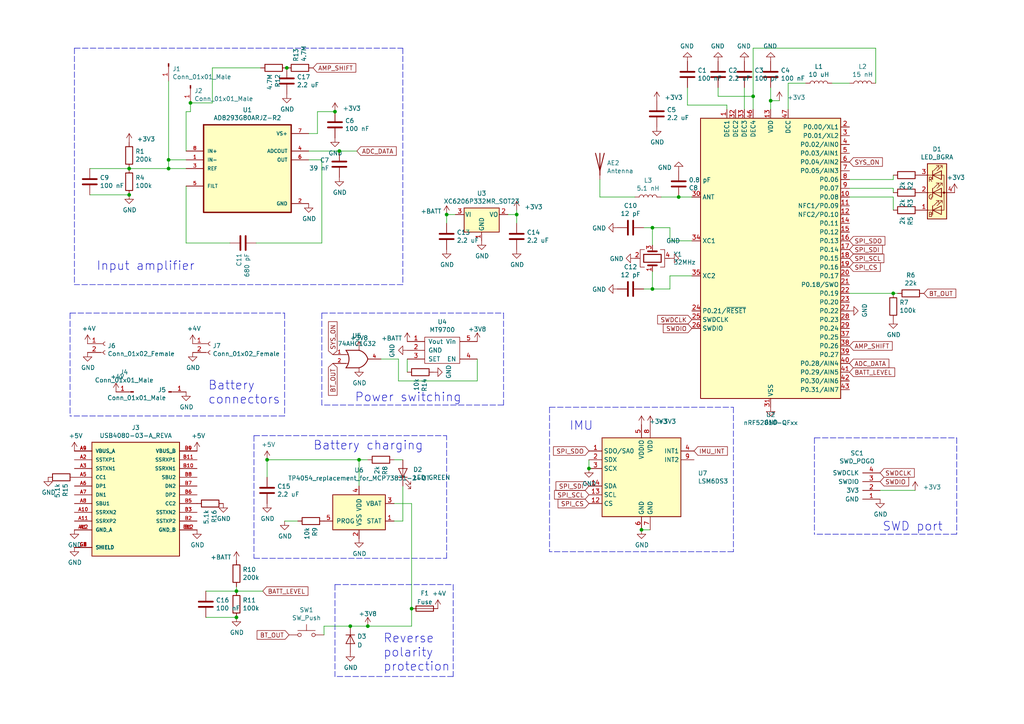
<source format=kicad_sch>
(kicad_sch (version 20211123) (generator eeschema)
  (paper "A4")
  (title_block (title "uMyo") (rev "v2") (company "Ultimate Robotics"))
  (lib_symbols
    (symbol "74xGxx:74AHC1G32" (pin_names (offset 1.016))
      (property "Reference" "U" (at -2.54 3.81 0))
      (property "Value" "74AHC1G32" (at 0 -3.81 0))
      (symbol "74AHC1G32_1_1"
        (pin input line (at -7.62 1.27 0) (length 3.81) (name "~") (number "1"))
        (pin input line (at -7.62 -1.27 0) (length 3.81) (name "~") (number "2"))
        (pin power_in line (at 0 -2.54 270) (length 0) hide (name "GND") (number "3"))
        (pin output line (at 6.35 0 180) (length 3.81) (name "~") (number "4"))
        (pin power_in line (at 0 2.54 90) (length 0) hide (name "VCC") (number "5"))
      )
    )
    (symbol "Battery_Management:MCP73831-2-OT" (pin_names (offset 1.016))
      (property "Reference" "U" (at -7.62 6.35 0))
      (property "Value" "MCP73831-2-OT" (at 1.27 6.35 0))
      (symbol "MCP73831-2-OT_1_1"
        (pin output line (at 10.16 -2.54 180) (length 2.54) (name "STAT") (number "1"))
        (pin power_in line (at 0 -7.62 90) (length 2.54) (name "VSS") (number "2"))
        (pin power_out line (at 10.16 2.54 180) (length 2.54) (name "VBAT") (number "3"))
        (pin power_in line (at 0 7.62 270) (length 2.54) (name "VDD") (number "4"))
        (pin input line (at -10.16 -2.54 0) (length 2.54) (name "PROG") (number "5"))
      )
    )
    (symbol "Connector:Conn_01x01_Male" (pin_names (offset 1.016) hide)
      (property "Reference" "J" (at 0 2.54 0))
      (property "Value" "Conn_01x01_Male" (at 0 -2.54 0))
      (symbol "Conn_01x01_Male_1_1"
        (pin passive line (at 5.08 0 180) (length 3.81) (name "Pin_1") (number "1"))
      )
    )
    (symbol "Connector:Conn_01x02_Female" (pin_names (offset 1.016) hide)
      (property "Reference" "J" (at 0 2.54 0))
      (property "Value" "Conn_01x02_Female" (at 0 -5.08 0))
      (symbol "Conn_01x02_Female_1_1"
        (pin passive line (at -5.08 0 0) (length 3.81) (name "Pin_1") (number "1"))
        (pin passive line (at -5.08 -2.54 0) (length 3.81) (name "Pin_2") (number "2"))
      )
    )
    (symbol "Device:Antenna" (pin_numbers hide) (pin_names (offset 1.016) hide)
      (property "Reference" "AE" (at -1.905 1.905 0))
      (property "Value" "Antenna" (at -1.905 0 0))
      (symbol "Antenna_1_1"
        (pin input line (at 0 -5.08 90) (length 2.54) (name "A") (number "1"))
      )
    )
    (symbol "Device:C" (pin_numbers hide) (pin_names (offset 0.254))
      (property "Reference" "C" (at 0.635 2.54 0))
      (property "Value" "C" (at 0.635 -2.54 0))
      (symbol "C_1_1"
        (pin passive line (at 0 3.81 270) (length 2.794) (name "~") (number "1"))
        (pin passive line (at 0 -3.81 90) (length 2.794) (name "~") (number "2"))
      )
    )
    (symbol "Device:Crystal_GND24" (pin_names (offset 1.016) hide)
      (property "Reference" "Y" (at 3.175 5.08 0))
      (property "Value" "Crystal_GND24" (at 3.175 3.175 0))
      (symbol "Crystal_GND24_1_1"
        (pin passive line (at -3.81 0 0) (length 1.27) (name "1") (number "1"))
        (pin passive line (at 0 5.08 270) (length 1.27) (name "2") (number "2"))
        (pin passive line (at 3.81 0 180) (length 1.27) (name "3") (number "3"))
        (pin passive line (at 0 -5.08 90) (length 1.27) (name "4") (number "4"))
      )
    )
    (symbol "Device:D" (pin_numbers hide) (pin_names (offset 1.016) hide)
      (property "Reference" "D" (at 0 2.54 0))
      (property "Value" "D" (at 0 -2.54 0))
      (symbol "D_1_1"
        (pin passive line (at -3.81 0 0) (length 2.54) (name "K") (number "1"))
        (pin passive line (at 3.81 0 180) (length 2.54) (name "A") (number "2"))
      )
    )
    (symbol "Device:Fuse" (pin_numbers hide) (pin_names (offset 0))
      (property "Reference" "F" (at 2.032 0 90))
      (property "Value" "Fuse" (at -1.905 0 90))
      (symbol "Fuse_1_1"
        (pin passive line (at 0 3.81 270) (length 1.27) (name "~") (number "1"))
        (pin passive line (at 0 -3.81 90) (length 1.27) (name "~") (number "2"))
      )
    )
    (symbol "Device:L" (pin_numbers hide) (pin_names (offset 1.016) hide)
      (property "Reference" "L" (at -1.27 0 90))
      (property "Value" "L" (at 1.905 0 90))
      (symbol "L_1_1"
        (pin passive line (at 0 3.81 270) (length 1.27) (name "1") (number "1"))
        (pin passive line (at 0 -3.81 90) (length 1.27) (name "2") (number "2"))
      )
    )
    (symbol "Device:LED" (pin_numbers hide) (pin_names (offset 1.016) hide)
      (property "Reference" "D" (at 0 2.54 0))
      (property "Value" "LED" (at 0 -2.54 0))
      (symbol "LED_1_1"
        (pin passive line (at -3.81 0 0) (length 2.54) (name "K") (number "1"))
        (pin passive line (at 3.81 0 180) (length 2.54) (name "A") (number "2"))
      )
    )
    (symbol "Device:LED_BGRA" (pin_names (offset 0) hide)
      (property "Reference" "D" (at 0 9.398 0))
      (property "Value" "LED_BGRA" (at 0 -8.89 0))
      (symbol "LED_BGRA_0_0"
        (text "B" (at -1.905 -6.35 0) (effects (font (size 1.27 1.27))))
        (text "G" (at -1.905 -1.27 0) (effects (font (size 1.27 1.27))))
        (text "R" (at -1.905 3.81 0) (effects (font (size 1.27 1.27))))
      )
      (symbol "LED_BGRA_1_1"
        (pin passive line (at -5.08 -5.08 0) (length 2.54) (name "BK") (number "1"))
        (pin passive line (at -5.08 0 0) (length 2.54) (name "GK") (number "2"))
        (pin passive line (at -5.08 5.08 0) (length 2.54) (name "RK") (number "3"))
        (pin passive line (at 5.08 0 180) (length 2.54) (name "A") (number "4"))
      )
    )
    (symbol "Device:R" (pin_numbers hide) (pin_names (offset 0))
      (property "Reference" "R" (at 2.032 0 90))
      (property "Value" "R" (at 0 0 90))
      (symbol "R_1_1"
        (pin passive line (at 0 3.81 270) (length 1.27) (name "~") (number "1"))
        (pin passive line (at 0 -3.81 90) (length 1.27) (name "~") (number "2"))
      )
    )
    (symbol "Sensor_Motion:LSM6DS3"
      (property "Reference" "U" (at -11.43 15.24 0))
      (property "Value" "LSM6DS3" (at -11.43 12.7 0))
      (symbol "LSM6DS3_1_1"
        (pin bidirectional line (at -15.24 7.62 0) (length 3.81) (name "SDO/SA0") (number "1"))
        (pin no_connect line (at 10.16 -5.08 180) (length 3.81) hide (name "NC") (number "10"))
        (pin no_connect line (at 10.16 -2.54 180) (length 3.81) hide (name "NC") (number "11"))
        (pin input line (at -15.24 -7.62 0) (length 3.81) (name "CS") (number "12"))
        (pin input line (at -15.24 -5.08 0) (length 3.81) (name "SCL") (number "13"))
        (pin bidirectional line (at -15.24 -2.54 0) (length 3.81) (name "SDA") (number "14"))
        (pin bidirectional line (at -15.24 5.08 0) (length 3.81) (name "SDX") (number "2"))
        (pin input line (at -15.24 2.54 0) (length 3.81) (name "SCX") (number "3"))
        (pin output line (at 15.24 7.62 180) (length 3.81) (name "INT1") (number "4"))
        (pin power_in line (at 0 15.24 270) (length 3.81) (name "VDDIO") (number "5"))
        (pin power_in line (at 0 -15.24 90) (length 3.81) (name "GND") (number "6"))
        (pin power_in line (at 2.54 -15.24 90) (length 3.81) (name "GND") (number "7"))
        (pin power_in line (at 2.54 15.24 270) (length 3.81) (name "VDD") (number "8"))
        (pin output line (at 15.24 5.08 180) (length 3.81) (name "INT2") (number "9"))
      )
    )
    (symbol "Switch:SW_Push" (pin_numbers hide) (pin_names (offset 1.016) hide)
      (property "Reference" "SW" (at 1.27 2.54 0))
      (property "Value" "SW_Push" (at 0 -1.524 0))
      (symbol "SW_Push_0_1"
        (pin passive line (at -5.08 0 0) (length 2.54) (name "1") (number "1"))
        (pin passive line (at 5.08 0 180) (length 2.54) (name "2") (number "2"))
      )
    )
    (symbol "power:+3.3V" (power) (pin_names (offset 0))
      (property "Value" "+3.3V" (at 0 3.556 0))
      (symbol "+3.3V_1_1"
        (pin power_in line (at 0 0 90) (length 0) hide (name "+3V3") (number "1"))
      )
    )
    (symbol "power:+3V8" (power) (pin_names (offset 0))
      (property "Value" "+3V8" (at 0 3.556 0))
      (symbol "+3V8_1_1"
        (pin power_in line (at 0 0 90) (length 0) hide (name "+3V8") (number "1"))
      )
    )
    (symbol "power:+4V" (power) (pin_names (offset 0))
      (property "Value" "+4V" (at 0 3.556 0))
      (symbol "+4V_1_1"
        (pin power_in line (at 0 0 90) (length 0) hide (name "+4V") (number "1"))
      )
    )
    (symbol "power:+5V" (power) (pin_names (offset 0))
      (property "Value" "+5V" (at 0 3.556 0))
      (symbol "+5V_1_1"
        (pin power_in line (at 0 0 90) (length 0) hide (name "+5V") (number "1"))
      )
    )
    (symbol "power:+BATT" (power) (pin_names (offset 0))
      (property "Value" "+BATT" (at 0 3.556 0))
      (symbol "+BATT_1_1"
        (pin power_in line (at 0 0 90) (length 0) hide (name "+BATT") (number "1"))
      )
    )
    (symbol "power:GND" (power) (pin_names (offset 0))
      (property "Value" "GND" (at 0 -3.81 0))
      (symbol "GND_1_1"
        (pin power_in line (at 0 0 270) (length 0) hide (name "GND") (number "1"))
      )
    )
    (symbol "ultimate_library:AD8293G80ARJZ-R2" (pin_names (offset 1.016))
      (property "Reference" "U" (at -12.7 13.6906 0))
      (property "Value" "AD8293G80ARJZ-R2" (at -12.7 -16.6878 0))
      (symbol "AD8293G80ARJZ-R2_0_0"
        (pin input line (at -17.78 2.54 0) (length 5.08) (name "IN-") (number "1"))
        (pin power_in line (at 17.78 -10.16 180) (length 5.08) (name "GND") (number "2"))
        (pin input line (at -17.78 0 0) (length 5.08) (name "REF") (number "3"))
        (pin output line (at 17.78 5.08 180) (length 5.08) (name "ADCOUT") (number "4"))
        (pin bidirectional line (at -17.78 -5.08 0) (length 5.08) (name "FILT") (number "5"))
        (pin output line (at 17.78 2.54 180) (length 5.08) (name "OUT") (number "6"))
        (pin power_in line (at 17.78 10.16 180) (length 5.08) (name "VS+") (number "7"))
        (pin input line (at -17.78 5.08 0) (length 5.08) (name "IN+") (number "8"))
      )
    )
    (symbol "ultimate_library:MCP1703A-3302_SOT23-Regulator_Linear" (pin_names (offset 0.254))
      (property "Reference" "U" (at -3.81 3.175 0))
      (property "Value" "MCP1703A-3302_SOT23-Regulator_Linear" (at 0 3.175 0))
      (symbol "MCP1703A-3302_SOT23-Regulator_Linear_1_1"
        (pin power_in line (at 0 -7.62 90) (length 2.54) (name "GND") (number "1"))
        (pin power_out line (at 7.62 0 180) (length 2.54) (name "VO") (number "2"))
        (pin power_in line (at -7.62 0 0) (length 2.54) (name "VI") (number "3"))
      )
    )
    (symbol "ultimate_library:MT9700" (pin_names (offset 1.016))
      (property "Reference" "U" (at 0 5.08 0))
      (property "Value" "MT9700" (at 0 -5.08 0))
      (symbol "MT9700_1_1"
        (pin input line (at -10.16 2.54 0) (length 5.08) (name "Vout") (number "1"))
        (pin input line (at -10.16 0 0) (length 5.08) (name "GND") (number "2"))
        (pin input line (at -10.16 -2.54 0) (length 5.08) (name "SET") (number "3"))
        (pin input line (at 10.16 -2.54 180) (length 5.08) (name "EN") (number "4"))
        (pin input line (at 10.16 2.54 180) (length 5.08) (name "Vin") (number "5"))
      )
    )
    (symbol "ultimate_library:SWD_POGO" (pin_names (offset 1.016))
      (property "Reference" "SC" (at 0 -5.08 0))
      (property "Value" "SWD_POGO" (at 0 6.35 0))
      (symbol "SWD_POGO_1_1"
        (pin input line (at 5.08 -3.81 180) (length 5.08) (name "GND") (number "1"))
        (pin input line (at 5.08 -1.27 180) (length 5.08) (name "3V3") (number "2"))
        (pin input line (at 5.08 1.27 180) (length 5.08) (name "SWDIO") (number "3"))
        (pin input line (at 5.08 3.81 180) (length 5.08) (name "SWDCLK") (number "4"))
      )
    )
    (symbol "ultimate_library:USB4080-03-A_REVA" (pin_names (offset 1.016))
      (property "Reference" "J" (at -12.7 16.002 0))
      (property "Value" "USB4080-03-A_REVA" (at -12.7 -18.542 0))
      (symbol "USB4080-03-A_REVA_0_0"
        (pin power_in line (at -17.78 -10.16 0) (length 5.08) (name "GND_A") (number "A1"))
        (pin bidirectional line (at -17.78 -5.08 0) (length 5.08) (name "SSRXN2") (number "A10"))
        (pin bidirectional line (at -17.78 -7.62 0) (length 5.08) (name "SSRXP2") (number "A11"))
        (pin power_in line (at -17.78 -10.16 0) (length 5.08) (name "GND_A") (number "A12"))
        (pin bidirectional line (at -17.78 10.16 0) (length 5.08) (name "SSTXP1") (number "A2"))
        (pin bidirectional line (at -17.78 7.62 0) (length 5.08) (name "SSTXN1") (number "A3"))
        (pin power_in line (at -17.78 12.7 0) (length 5.08) (name "VBUS_A") (number "A4"))
        (pin bidirectional line (at -17.78 5.08 0) (length 5.08) (name "CC1") (number "A5"))
        (pin bidirectional line (at -17.78 2.54 0) (length 5.08) (name "DP1") (number "A6"))
        (pin bidirectional line (at -17.78 0 0) (length 5.08) (name "DN1") (number "A7"))
        (pin bidirectional line (at -17.78 -2.54 0) (length 5.08) (name "SBU1") (number "A8"))
        (pin power_in line (at -17.78 12.7 0) (length 5.08) (name "VBUS_A") (number "A9"))
        (pin power_in line (at 17.78 -10.16 180) (length 5.08) (name "GND_B") (number "B1"))
        (pin bidirectional line (at 17.78 7.62 180) (length 5.08) (name "SSRXN1") (number "B10"))
        (pin bidirectional line (at 17.78 10.16 180) (length 5.08) (name "SSRXP1") (number "B11"))
        (pin power_in line (at 17.78 -10.16 180) (length 5.08) (name "GND_B") (number "B12"))
        (pin bidirectional line (at 17.78 -7.62 180) (length 5.08) (name "SSTXP2") (number "B2"))
        (pin bidirectional line (at 17.78 -5.08 180) (length 5.08) (name "SSTXN2") (number "B3"))
        (pin power_in line (at 17.78 12.7 180) (length 5.08) (name "VBUS_B") (number "B4"))
        (pin bidirectional line (at 17.78 -2.54 180) (length 5.08) (name "CC2") (number "B5"))
        (pin bidirectional line (at 17.78 0 180) (length 5.08) (name "DP2") (number "B6"))
        (pin bidirectional line (at 17.78 2.54 180) (length 5.08) (name "DN2") (number "B7"))
        (pin bidirectional line (at 17.78 5.08 180) (length 5.08) (name "SBU2") (number "B8"))
        (pin power_in line (at 17.78 12.7 180) (length 5.08) (name "VBUS_B") (number "B9"))
        (pin passive line (at -17.78 -15.24 0) (length 5.08) (name "SHIELD") (number "G1"))
        (pin passive line (at -17.78 -15.24 0) (length 5.08) (name "SHIELD") (number "G2"))
        (pin passive line (at -17.78 -15.24 0) (length 5.08) (name "SHIELD") (number "G3"))
        (pin passive line (at -17.78 -15.24 0) (length 5.08) (name "SHIELD") (number "G4"))
      )
    )
    (symbol "ultimate_library:nRF52832-QFxx"
      (property "Reference" "U" (at 0 1.27 0))
      (property "Value" "nRF52832-QFxx" (at 0 -1.27 0))
      (symbol "nRF52832-QFxx_1_1"
        (pin passive line (at -12.7 43.18 270) (length 2.54) (name "DEC1") (number "1"))
        (pin bidirectional line (at 22.86 17.78 180) (length 2.54) (name "P0.08") (number "10"))
        (pin bidirectional line (at 22.86 15.24 180) (length 2.54) (name "NFC1/P0.09") (number "11"))
        (pin bidirectional line (at 22.86 12.7 180) (length 2.54) (name "NFC2/P0.10") (number "12"))
        (pin power_in line (at 0 43.18 270) (length 2.54) (name "VDD") (number "13"))
        (pin bidirectional line (at 22.86 10.16 180) (length 2.54) (name "P0.11") (number "14"))
        (pin bidirectional line (at 22.86 7.62 180) (length 2.54) (name "P0.12") (number "15"))
        (pin bidirectional line (at 22.86 5.08 180) (length 2.54) (name "P0.13") (number "16"))
        (pin bidirectional line (at 22.86 2.54 180) (length 2.54) (name "P0.14") (number "17"))
        (pin bidirectional line (at 22.86 0 180) (length 2.54) (name "P0.15") (number "18"))
        (pin bidirectional line (at 22.86 -2.54 180) (length 2.54) (name "P0.16") (number "19"))
        (pin bidirectional line (at 22.86 38.1 180) (length 2.54) (name "P0.00/XL1") (number "2"))
        (pin bidirectional line (at 22.86 -5.08 180) (length 2.54) (name "P0.17") (number "20"))
        (pin bidirectional line (at 22.86 -7.62 180) (length 2.54) (name "P0.18/SWO") (number "21"))
        (pin bidirectional line (at 22.86 -10.16 180) (length 2.54) (name "P0.19") (number "22"))
        (pin bidirectional line (at 22.86 -12.7 180) (length 2.54) (name "P0.20") (number "23"))
        (pin bidirectional line (at -22.86 -15.24 0) (length 2.54) (name "P0.21/~{RESET}") (number "24"))
        (pin input line (at -22.86 -17.78 0) (length 2.54) (name "SWDCLK") (number "25"))
        (pin bidirectional line (at -22.86 -20.32 0) (length 2.54) (name "SWDIO") (number "26"))
        (pin bidirectional line (at 22.86 -15.24 180) (length 2.54) (name "P0.22") (number "27"))
        (pin bidirectional line (at 22.86 -17.78 180) (length 2.54) (name "P0.23") (number "28"))
        (pin bidirectional line (at 22.86 -20.32 180) (length 2.54) (name "P0.24") (number "29"))
        (pin bidirectional line (at 22.86 35.56 180) (length 2.54) (name "P0.01/XL2") (number "3"))
        (pin passive line (at -22.86 17.78 0) (length 2.54) (name "ANT") (number "30"))
        (pin power_in line (at 0 -43.18 90) (length 2.54) (name "VSS") (number "31"))
        (pin passive line (at -10.16 43.18 270) (length 2.54) (name "DEC2") (number "32"))
        (pin passive line (at -7.62 43.18 270) (length 2.54) (name "DEC3") (number "33"))
        (pin input line (at -22.86 5.08 0) (length 2.54) (name "XC1") (number "34"))
        (pin input line (at -22.86 -5.08 0) (length 2.54) (name "XC2") (number "35"))
        (pin passive line (at 0 43.18 270) (length 2.54) hide (name "VDD") (number "36"))
        (pin bidirectional line (at 22.86 -22.86 180) (length 2.54) (name "P0.25") (number "37"))
        (pin bidirectional line (at 22.86 -25.4 180) (length 2.54) (name "P0.26") (number "38"))
        (pin bidirectional line (at 22.86 -27.94 180) (length 2.54) (name "P0.27") (number "39"))
        (pin bidirectional line (at 22.86 33.02 180) (length 2.54) (name "P0.02/AIN0") (number "4"))
        (pin bidirectional line (at 22.86 -30.48 180) (length 2.54) (name "P0.28/AIN4") (number "40"))
        (pin bidirectional line (at 22.86 -33.02 180) (length 2.54) (name "P0.29/AIN5") (number "41"))
        (pin bidirectional line (at 22.86 -35.56 180) (length 2.54) (name "P0.30/AIN6") (number "42"))
        (pin bidirectional line (at 22.86 -38.1 180) (length 2.54) (name "P0.31/AIN7") (number "43"))
        (pin no_connect line (at -20.32 -30.48 0) (length 2.54) hide (name "NC") (number "44"))
        (pin passive line (at 0 -43.18 90) (length 2.54) hide (name "VSS") (number "45"))
        (pin passive line (at -5.08 43.18 270) (length 2.54) (name "DEC4") (number "46"))
        (pin power_out line (at 5.08 43.18 270) (length 2.54) (name "DCC") (number "47"))
        (pin passive line (at 0 43.18 270) (length 2.54) hide (name "VDD") (number "48"))
        (pin passive line (at 0 -43.18 90) (length 2.54) hide (name "VSS") (number "49"))
        (pin bidirectional line (at 22.86 30.48 180) (length 2.54) (name "P0.03/AIN1") (number "5"))
        (pin bidirectional line (at 22.86 27.94 180) (length 2.54) (name "P0.04/AIN2") (number "6"))
        (pin bidirectional line (at 22.86 25.4 180) (length 2.54) (name "P0.05/AIN3") (number "7"))
        (pin bidirectional line (at 22.86 22.86 180) (length 2.54) (name "P0.06") (number "8"))
        (pin bidirectional line (at 22.86 20.32 180) (length 2.54) (name "P0.07") (number "9"))
      )
    )
  )
  (junction (at 101.6 181.61))
  (junction (at 48.895 46.355))
  (junction (at 55.245 29.845))
  (junction (at 259.08 85.09))
  (junction (at 189.23 66.04))
  (junction (at 98.425 43.815))
  (junction (at 68.58 179.07))
  (junction (at 77.47 133.35))
  (junction (at 68.58 171.45))
  (junction (at 170.815 135.89))
  (junction (at 149.86 62.23))
  (junction (at 104.14 133.35))
  (junction (at 129.54 62.23))
  (junction (at 189.23 83.82))
  (junction (at 106.68 181.61))
  (junction (at 97.155 32.385))
  (junction (at 223.52 29.21))
  (junction (at 119.38 176.53))
  (junction (at 196.85 57.15))
  (junction (at 48.895 48.895))
  (junction (at 186.055 153.67))
  (junction (at 83.185 19.685))
  (junction (at 218.44 27.94))
  (junction (at 37.465 48.895))
  (junction (at 37.465 56.515))
  (wire (pts (xy 189.23 66.04) (xy 189.23 71.12)))
  (polyline (pts (xy 82.55 90.805) (xy 82.55 120.65)))
  (polyline (pts (xy 97.155 169.545) (xy 97.155 196.215)))
  (wire (pts (xy 194.31 80.01) (xy 194.31 83.82)))
  (wire (pts (xy 115.57 110.49) (xy 138.43 110.49)))
  (polyline (pts (xy 73.66 126.365) (xy 73.66 161.925)))
  (wire (pts (xy 89.535 38.735) (xy 92.075 38.735)))
  (wire (pts (xy 259.08 52.07) (xy 259.08 50.8)))
  (wire (pts (xy 119.38 176.53) (xy 119.38 181.61)))
  (wire (pts (xy 147.32 62.23) (xy 149.86 62.23)))
  (wire (pts (xy 92.075 32.385) (xy 97.155 32.385)))
  (wire (pts (xy 189.23 78.74) (xy 189.23 83.82)))
  (wire (pts (xy 132.08 62.23) (xy 129.54 62.23)))
  (wire (pts (xy 48.895 46.355) (xy 53.975 46.355)))
  (wire (pts (xy 194.31 66.04) (xy 194.31 69.85)))
  (wire (pts (xy 118.11 104.14) (xy 118.11 107.95)))
  (polyline (pts (xy 131.445 169.545) (xy 131.445 196.215)))
  (polyline (pts (xy 73.66 161.925) (xy 129.54 161.925)))
  (wire (pts (xy 116.84 151.13) (xy 114.3 151.13)))
  (wire (pts (xy 200.66 80.01) (xy 194.31 80.01)))
  (wire (pts (xy 194.31 69.85) (xy 200.66 69.85)))
  (wire (pts (xy 199.39 25.4) (xy 199.39 30.48)))
  (wire (pts (xy 241.3 24.13) (xy 246.38 24.13)))
  (wire (pts (xy 265.43 142.24) (xy 255.27 142.24)))
  (wire (pts (xy 119.38 146.05) (xy 119.38 176.53)))
  (polyline (pts (xy 159.385 118.11) (xy 159.385 160.02)))
  (wire (pts (xy 53.975 53.975) (xy 53.975 70.485)))
  (wire (pts (xy 106.68 181.61) (xy 119.38 181.61)))
  (polyline (pts (xy 236.22 127) (xy 277.495 127)))
  (wire (pts (xy 68.58 171.45) (xy 76.2 171.45)))
  (wire (pts (xy 86.36 151.13) (xy 82.55 151.13)))
  (wire (pts (xy 114.3 146.05) (xy 119.38 146.05)))
  (wire (pts (xy 215.9 25.4) (xy 215.9 31.75)))
  (wire (pts (xy 138.43 110.49) (xy 138.43 104.14)))
  (wire (pts (xy 93.345 70.485) (xy 74.295 70.485)))
  (wire (pts (xy 101.6 181.61) (xy 106.68 181.61)))
  (polyline (pts (xy 146.05 90.805) (xy 146.05 117.475)))
  (wire (pts (xy 48.895 46.355) (xy 48.895 48.895)))
  (wire (pts (xy 48.895 48.895) (xy 53.975 48.895)))
  (polyline (pts (xy 73.66 126.365) (xy 129.54 126.365)))
  (wire (pts (xy 223.52 29.21) (xy 223.52 31.75)))
  (wire (pts (xy 226.06 29.21) (xy 223.52 29.21)))
  (wire (pts (xy 210.82 30.48) (xy 210.82 31.75)))
  (wire (pts (xy 55.245 32.385) (xy 53.975 32.385)))
  (wire (pts (xy 186.69 66.04) (xy 189.23 66.04)))
  (wire (pts (xy 246.38 57.15) (xy 259.08 57.15)))
  (polyline (pts (xy 116.84 82.55) (xy 21.59 82.55)))
  (polyline (pts (xy 21.59 13.97) (xy 116.84 13.97)))
  (wire (pts (xy 55.245 29.845) (xy 55.245 32.385)))
  (wire (pts (xy 259.08 85.09) (xy 260.35 85.09)))
  (wire (pts (xy 259.08 57.15) (xy 259.08 60.96)))
  (wire (pts (xy 259.08 54.61) (xy 259.08 55.88)))
  (wire (pts (xy 110.49 104.14) (xy 115.57 104.14)))
  (wire (pts (xy 59.69 179.07) (xy 68.58 179.07)))
  (wire (pts (xy 77.47 138.43) (xy 77.47 133.35)))
  (wire (pts (xy 149.86 62.23) (xy 149.86 64.77)))
  (polyline (pts (xy 82.55 120.65) (xy 20.32 120.65)))
  (wire (pts (xy 246.38 54.61) (xy 259.08 54.61)))
  (wire (pts (xy 191.77 57.15) (xy 196.85 57.15)))
  (wire (pts (xy 89.535 43.815) (xy 98.425 43.815)))
  (wire (pts (xy 188.595 153.67) (xy 186.055 153.67)))
  (wire (pts (xy 186.69 83.82) (xy 189.23 83.82)))
  (wire (pts (xy 93.98 181.61) (xy 93.98 184.15)))
  (wire (pts (xy 26.035 48.895) (xy 37.465 48.895)))
  (wire (pts (xy 92.075 38.735) (xy 92.075 32.385)))
  (polyline (pts (xy 97.155 169.545) (xy 131.445 169.545)))
  (wire (pts (xy 196.85 57.15) (xy 200.66 57.15)))
  (polyline (pts (xy 277.495 127) (xy 277.495 154.94)))
  (wire (pts (xy 246.38 85.09) (xy 259.08 85.09)))
  (wire (pts (xy 59.69 171.45) (xy 68.58 171.45)))
  (polyline (pts (xy 236.22 127) (xy 236.22 154.94)))
  (wire (pts (xy 68.58 170.18) (xy 68.58 171.45)))
  (wire (pts (xy 115.57 104.14) (xy 115.57 110.49)))
  (wire (pts (xy 61.595 19.685) (xy 61.595 29.845)))
  (wire (pts (xy 228.6 24.13) (xy 233.68 24.13)))
  (polyline (pts (xy 93.345 90.805) (xy 146.05 90.805)))
  (wire (pts (xy 26.035 56.515) (xy 37.465 56.515)))
  (polyline (pts (xy 277.495 154.94) (xy 236.22 154.94)))
  (wire (pts (xy 75.565 19.685) (xy 61.595 19.685)))
  (wire (pts (xy 114.3 133.35) (xy 116.84 133.35)))
  (wire (pts (xy 98.425 43.815) (xy 103.505 43.815)))
  (wire (pts (xy 89.535 46.355) (xy 93.345 46.355)))
  (polyline (pts (xy 21.59 13.97) (xy 21.59 82.55)))
  (wire (pts (xy 254 13.97) (xy 254 24.13)))
  (polyline (pts (xy 20.32 90.805) (xy 82.55 90.805)))
  (wire (pts (xy 53.975 70.485) (xy 66.675 70.485)))
  (polyline (pts (xy 212.725 118.11) (xy 212.725 160.02)))
  (wire (pts (xy 189.23 66.04) (xy 194.31 66.04)))
  (wire (pts (xy 218.44 27.94) (xy 218.44 13.97)))
  (wire (pts (xy 218.44 13.97) (xy 254 13.97)))
  (wire (pts (xy 218.44 31.75) (xy 218.44 27.94)))
  (wire (pts (xy 61.595 29.845) (xy 55.245 29.845)))
  (wire (pts (xy 104.14 133.35) (xy 106.68 133.35)))
  (wire (pts (xy 208.28 27.94) (xy 208.28 25.4)))
  (polyline (pts (xy 131.445 196.215) (xy 97.155 196.215)))
  (polyline (pts (xy 146.05 117.475) (xy 93.345 117.475)))
  (wire (pts (xy 173.99 57.15) (xy 173.99 52.07)))
  (wire (pts (xy 53.975 32.385) (xy 53.975 43.815)))
  (wire (pts (xy 93.98 181.61) (xy 101.6 181.61)))
  (wire (pts (xy 199.39 30.48) (xy 210.82 30.48)))
  (wire (pts (xy 129.54 62.23) (xy 129.54 64.77)))
  (polyline (pts (xy 20.32 90.805) (xy 20.32 120.65)))
  (wire (pts (xy 246.38 52.07) (xy 259.08 52.07)))
  (polyline (pts (xy 129.54 161.925) (xy 129.54 126.365)))
  (wire (pts (xy 189.23 83.82) (xy 194.31 83.82)))
  (wire (pts (xy 93.345 46.355) (xy 93.345 70.485)))
  (wire (pts (xy 223.52 25.4) (xy 223.52 29.21)))
  (wire (pts (xy 37.465 48.895) (xy 48.895 48.895)))
  (wire (pts (xy 77.47 133.35) (xy 104.14 133.35)))
  (wire (pts (xy 228.6 31.75) (xy 228.6 24.13)))
  (wire (pts (xy 208.28 27.94) (xy 218.44 27.94)))
  (polyline (pts (xy 159.385 118.11) (xy 212.725 118.11)))
  (polyline (pts (xy 116.84 13.97) (xy 116.84 82.55)))
  (wire (pts (xy 104.14 133.35) (xy 104.14 140.97)))
  (wire (pts (xy 173.99 57.15) (xy 184.15 57.15)))
  (polyline (pts (xy 212.725 160.02) (xy 159.385 160.02)))
  (wire (pts (xy 116.84 140.97) (xy 116.84 151.13)))
  (wire (pts (xy 149.86 62.23) (xy 149.86 60.96)))
  (wire (pts (xy 170.815 133.35) (xy 170.815 135.89)))
  (polyline (pts (xy 93.345 90.805) (xy 93.345 117.475)))
  (wire (pts (xy 48.895 23.495) (xy 48.895 46.355)))
  (text "SWD port" (at 255.905 154.305 0) (effects (font (size 2.54 2.54)) (justify left bottom)))
  (text "Power switching" (at 102.87 116.84 0) (effects (font (size 2.54 2.54)) (justify left bottom)))
  (text "Battery\nconnectors" (at 60.325 117.475 0) (effects (font (size 2.54 2.54)) (justify left bottom)))
  (text "Battery charging" (at 90.805 130.81 0) (effects (font (size 2.54 2.54)) (justify left bottom)))
  (text "IMU" (at 165.1 125.095 0) (effects (font (size 2.54 2.54)) (justify left bottom)))
  (text "Reverse\npolarity\nprotection" (at 111.125 194.945 0) (effects (font (size 2.54 2.54)) (justify left bottom)))
  (text "Input amplifier" (at 27.94 78.74 0) (effects (font (size 2.54 2.54)) (justify left bottom)))
  (global_label "SPI_CS" (shape input) (at 246.38 77.47 0) (property "Intersheet References" "${INTERSHEET_REFS}" (effects hide)))
  (global_label "SPI_SCL" (shape input) (at 246.38 74.93 0) (property "Intersheet References" "${INTERSHEET_REFS}" (effects hide)))
  (global_label "BATT_LEVEL" (shape input) (at 246.38 107.95 0) (property "Intersheet References" "${INTERSHEET_REFS}" (effects hide)))
  (global_label "SWDCLK" (shape input) (at 200.66 92.71 180) (property "Intersheet References" "${INTERSHEET_REFS}" (effects hide)))
  (global_label "BT_OUT" (shape input) (at 96.52 105.41 270) (property "Intersheet References" "${INTERSHEET_REFS}" (effects hide)))
  (global_label "ADC_DATA" (shape input) (at 246.38 105.41 0) (property "Intersheet References" "${INTERSHEET_REFS}" (effects hide)))
  (global_label "SWDCLK" (shape input) (at 255.27 137.16 0) (property "Intersheet References" "${INTERSHEET_REFS}" (effects hide)))
  (global_label "SYS_ON" (shape input) (at 246.38 46.99 0) (property "Intersheet References" "${INTERSHEET_REFS}" (effects hide)))
  (global_label "BT_OUT" (shape input) (at 267.97 85.09 0) (property "Intersheet References" "${INTERSHEET_REFS}" (effects hide)))
  (global_label "SPI_CS" (shape input) (at 170.815 146.05 180) (property "Intersheet References" "${INTERSHEET_REFS}" (effects hide)))
  (global_label "BT_OUT" (shape input) (at 83.82 184.15 180) (property "Intersheet References" "${INTERSHEET_REFS}" (effects hide)))
  (global_label "SPI_SDI" (shape input) (at 170.815 140.97 180) (property "Intersheet References" "${INTERSHEET_REFS}" (effects hide)))
  (global_label "SPI_SDO" (shape input) (at 170.815 130.81 180) (property "Intersheet References" "${INTERSHEET_REFS}" (effects hide)))
  (global_label "SYS_ON" (shape input) (at 96.52 102.87 90) (property "Intersheet References" "${INTERSHEET_REFS}" (effects hide)))
  (global_label "IMU_INT" (shape input) (at 201.295 130.81 0) (property "Intersheet References" "${INTERSHEET_REFS}" (effects hide)))
  (global_label "SPI_SCL" (shape input) (at 170.815 143.51 180) (property "Intersheet References" "${INTERSHEET_REFS}" (effects hide)))
  (global_label "BATT_LEVEL" (shape input) (at 76.2 171.45 0) (property "Intersheet References" "${INTERSHEET_REFS}" (effects hide)))
  (global_label "SWDIO" (shape input) (at 200.66 95.25 180) (property "Intersheet References" "${INTERSHEET_REFS}" (effects hide)))
  (global_label "AMP_SHIFT" (shape input) (at 246.38 100.33 0) (property "Intersheet References" "${INTERSHEET_REFS}" (effects hide)))
  (global_label "ADC_DATA" (shape input) (at 103.505 43.815 0) (property "Intersheet References" "${INTERSHEET_REFS}" (effects hide)))
  (global_label "AMP_SHIFT" (shape input) (at 90.805 19.685 0) (property "Intersheet References" "${INTERSHEET_REFS}" (effects hide)))
  (global_label "SPI_SDI" (shape input) (at 246.38 72.39 0) (property "Intersheet References" "${INTERSHEET_REFS}" (effects hide)))
  (global_label "SWDIO" (shape input) (at 255.27 139.7 0) (property "Intersheet References" "${INTERSHEET_REFS}" (effects hide)))
  (global_label "SPI_SDO" (shape input) (at 246.38 69.85 0) (property "Intersheet References" "${INTERSHEET_REFS}" (effects hide)))
  (symbol (lib_id "ultimate_library:nRF52832-QFxx") (at 223.52 74.93 0) (unit 1)
    (property "Reference" "U2" (at 223.52 120.2944 0))
    (property "Value" "nRF52810-QFxx" (at 223.52 122.6058 0))
    (property "Footprint" "ultimate_library:QFN-48-1EP_6x6mm_Pitch0.4mm" (effects hide))
    (property "JLCPN" "C141828" (effects hide))
  )
  (symbol (lib_id "ultimate_library:MCP1703A-3302_SOT23-Regulator_Linear") (at 139.7 62.23 0) (unit 1)
    (property "Reference" "U3" (at 139.7 56.0832 0))
    (property "Value" "XC6206P332MR_SOT23" (at 139.7 58.3946 0))
    (property "Footprint" "Package_TO_SOT_SMD:SOT-23" (effects hide))
    (property "Datasheet" "http://ww1.microchip.com/downloads/en/DeviceDoc/20005122B.pdf" (effects hide))
    (property "JLCPN" "C5446" (effects hide))
  )
  (symbol (lib_id "Device:C") (at 208.28 21.59 180) (unit 1)
    (property "Reference" "C2" (at 211.201 20.4216 0) (effects (justify right)))
    (property "Value" "2.2 uF" (at 211.201 22.733 0) (effects (justify right)))
    (property "Footprint" "Capacitor_SMD:C_0402_1005Metric" (effects hide))
    (property "JLCPN" "C12530" (effects hide))
  )
  (symbol (lib_id "Device:C") (at 215.9 21.59 180) (unit 1)
    (property "Reference" "C3" (at 218.821 20.4216 0) (effects (justify right)))
    (property "Value" "100 pF" (at 218.821 22.733 0) (effects (justify right)))
    (property "Footprint" "Capacitor_SMD:C_0402_1005Metric" (effects hide))
    (property "JLCPN" "C1546" (effects hide))
  )
  (symbol (lib_id "Device:C") (at 199.39 21.59 180) (unit 1)
    (property "Reference" "C1" (at 202.311 20.4216 0) (effects (justify right)))
    (property "Value" "100 nF" (at 202.311 22.733 0) (effects (justify right)))
    (property "Footprint" "Capacitor_SMD:C_0402_1005Metric" (effects hide))
    (property "JLCPN" "C1525" (effects hide))
  )
  (symbol (lib_id "power:+3.3V") (at 149.86 60.96 0) (unit 1)
    (property "Reference" "#PWR022" (effects hide))
    (property "Value" "+3.3V" (at 152.0952 60.0202 0) (effects (justify left)))
  )
  (symbol (lib_id "Device:C") (at 182.88 66.04 90) (unit 1)
    (property "Reference" "C10" (at 182.88 59.6392 90))
    (property "Value" "12 pF" (at 182.88 61.9506 90))
    (property "Footprint" "Capacitor_SMD:C_0402_1005Metric" (effects hide))
    (property "JLCPN" "C1547" (effects hide))
  )
  (symbol (lib_id "power:GND") (at 223.52 118.11 0) (unit 1)
    (property "Reference" "#PWR032" (effects hide))
    (property "Value" "GND" (at 223.647 122.5042 0))
  )
  (symbol (lib_id "power:GND") (at 179.07 83.82 270) (unit 1)
    (property "Reference" "#PWR020" (effects hide))
    (property "Value" "GND" (at 175.8188 83.947 90) (effects (justify right)))
  )
  (symbol (lib_id "power:GND") (at 179.07 66.04 270) (unit 1)
    (property "Reference" "#PWR017" (effects hide))
    (property "Value" "GND" (at 175.8188 66.167 90) (effects (justify right)))
  )
  (symbol (lib_id "power:GND") (at 199.39 17.78 180) (unit 1)
    (property "Reference" "#PWR01" (effects hide))
    (property "Value" "GND" (at 199.263 13.3858 0))
  )
  (symbol (lib_id "power:GND") (at 208.28 17.78 180) (unit 1)
    (property "Reference" "#PWR02" (effects hide))
    (property "Value" "GND" (at 208.153 13.3858 0))
  )
  (symbol (lib_id "power:GND") (at 215.9 17.78 180) (unit 1)
    (property "Reference" "#PWR03" (effects hide))
    (property "Value" "GND" (at 215.773 13.3858 0))
  )
  (symbol (lib_id "power:GND") (at 223.52 17.78 180) (unit 1)
    (property "Reference" "#PWR04" (effects hide))
    (property "Value" "GND" (at 223.393 13.3858 0))
  )
  (symbol (lib_id "power:GND") (at 184.15 74.93 270) (unit 1)
    (property "Reference" "#PWR018" (effects hide))
    (property "Value" "GND" (at 180.8988 75.057 90) (effects (justify right)))
  )
  (symbol (lib_id "power:GND") (at 194.31 74.93 90) (unit 1)
    (property "Reference" "#PWR019" (effects hide))
    (property "Value" "GND" (at 195.2498 69.85 90))
  )
  (symbol (lib_id "Device:Crystal_GND24") (at 189.23 74.93 90) (unit 1)
    (property "Reference" "Y1" (at 195.3514 73.7616 90) (effects (justify right)))
    (property "Value" "32MHz" (at 195.3514 76.073 90) (effects (justify right)))
    (property "Footprint" "Crystal:Crystal_SMD_2016-4Pin_2.0x1.6mm" (effects hide))
    (property "JLCPN" "C843260" (effects hide))
  )
  (symbol (lib_id "Device:C") (at 196.85 53.34 0) (mirror x) (unit 1)
    (property "Reference" "C8" (at 199.771 54.5084 0) (effects (justify left)))
    (property "Value" "0.8 pF" (at 199.771 52.197 0) (effects (justify left)))
    (property "Footprint" "Capacitor_SMD:C_0402_1005Metric" (effects hide))
    (property "JLCPN" "C88902" (effects hide))
  )
  (symbol (lib_id "Device:L") (at 187.96 57.15 90) (unit 1)
    (property "Reference" "L3" (at 187.96 52.324 90))
    (property "Value" "5.1 nH" (at 187.96 54.6354 90))
    (property "Footprint" "Inductor_SMD:L_0402_1005Metric" (effects hide))
    (property "JLCPN" "C86066" (effects hide))
  )
  (symbol (lib_id "power:GND") (at 196.85 49.53 0) (mirror x) (unit 1)
    (property "Reference" "#PWR011" (effects hide))
    (property "Value" "GND" (at 194.8688 48.5902 0) (effects (justify right)))
  )
  (symbol (lib_id "power:GND") (at 129.54 72.39 0) (unit 1)
    (property "Reference" "#PWR030" (effects hide))
    (property "Value" "GND" (at 129.667 76.7842 0))
  )
  (symbol (lib_id "power:GND") (at 149.86 72.39 0) (unit 1)
    (property "Reference" "#PWR031" (effects hide))
    (property "Value" "GND" (at 149.987 76.7842 0))
  )
  (symbol (lib_id "power:+BATT") (at 129.54 62.23 0) (unit 1)
    (property "Reference" "#PWR023" (effects hide))
    (property "Value" "+BATT" (at 128.0922 61.2902 0) (effects (justify right)))
  )
  (symbol (lib_id "power:GND") (at 139.7 69.85 0) (unit 1)
    (property "Reference" "#PWR027" (effects hide))
    (property "Value" "GND" (at 139.827 74.2442 0))
  )
  (symbol (lib_id "Device:R") (at 262.89 50.8 270) (unit 1)
    (property "Reference" "R2" (at 264.0584 52.578 0) (effects (justify left)))
    (property "Value" "2k" (at 261.747 52.578 0) (effects (justify left)))
    (property "Footprint" "Resistor_SMD:R_0402_1005Metric" (effects hide))
    (property "JLCPN" "C4109" (effects hide))
  )
  (symbol (lib_id "Device:R") (at 68.58 166.37 0) (unit 1)
    (property "Reference" "R10" (at 70.358 165.2016 0) (effects (justify left)))
    (property "Value" "200k" (at 70.358 167.513 0) (effects (justify left)))
    (property "Footprint" "Resistor_SMD:R_0402_1005Metric" (effects hide))
    (property "JLCPN" "C25764" (effects hide))
  )
  (symbol (lib_id "power:+BATT") (at 68.58 162.56 0) (unit 1)
    (property "Reference" "#PWR041" (effects hide))
    (property "Value" "+BATT" (at 67.1322 161.6202 0) (effects (justify right)))
  )
  (symbol (lib_id "power:GND") (at 68.58 179.07 0) (unit 1)
    (property "Reference" "#PWR043" (effects hide))
    (property "Value" "GND" (at 68.707 183.4642 0))
  )
  (symbol (lib_id "power:GND") (at 255.27 144.78 0) (unit 1)
    (property "Reference" "#PWR035" (effects hide))
    (property "Value" "GND" (at 255.397 149.1742 0))
  )
  (symbol (lib_id "power:+3.3V") (at 265.43 142.24 0) (unit 1)
    (property "Reference" "#PWR034" (effects hide))
    (property "Value" "+3.3V" (at 267.6652 141.3002 0) (effects (justify left)))
  )
  (symbol (lib_id "power:+3.3V") (at 276.86 55.88 0) (unit 1)
    (property "Reference" "#PWR014" (effects hide))
    (property "Value" "+3.3V" (at 277.241 51.4858 0))
  )
  (symbol (lib_id "Connector:Conn_01x01_Male") (at 38.735 113.665 180) (unit 1)
    (property "Reference" "J4" (at 36.0172 107.95 0))
    (property "Value" "Conn_01x01_Male" (at 36.0172 110.2614 0))
    (property "Footprint" "ultimate_library:conn_06_20" (effects hide))
  )
  (symbol (lib_id "Switch:SW_Push") (at 88.9 184.15 0) (unit 1)
    (property "Reference" "SW1" (at 88.9 176.911 0))
    (property "Value" "SW_Push" (at 88.9 179.2224 0))
    (property "Footprint" "Button_Switch_SMD:SW_SPST_CK_RS282G05A3" (effects hide))
    (property "JLCPN" "C2845294" (effects hide))
  )
  (symbol (lib_id "power:+3.3V") (at 226.06 29.21 0) (unit 1)
    (property "Reference" "#PWR06" (effects hide))
    (property "Value" "+3.3V" (at 228.2952 28.2702 0) (effects (justify left)))
  )
  (symbol (lib_id "power:+BATT") (at 118.11 99.06 0) (unit 1)
    (property "Reference" "#PWR024" (effects hide))
    (property "Value" "+BATT" (at 116.6622 98.1202 0) (effects (justify right)))
  )
  (symbol (lib_id "power:GND") (at 82.55 151.13 0) (unit 1)
    (property "Reference" "#PWR039" (effects hide))
    (property "Value" "GND" (at 82.677 155.5242 0))
  )
  (symbol (lib_id "power:GND") (at 104.14 156.21 0) (unit 1)
    (property "Reference" "#PWR040" (effects hide))
    (property "Value" "GND" (at 104.267 160.6042 0))
  )
  (symbol (lib_id "Connector:Conn_01x01_Male") (at 48.895 113.665 0) (unit 1)
    (property "Reference" "J5" (at 48.1838 113.0808 0) (effects (justify right)))
    (property "Value" "Conn_01x01_Male" (at 48.1838 115.3922 0) (effects (justify right)))
    (property "Footprint" "ultimate_library:conn_06_20" (effects hide))
  )
  (symbol (lib_id "power:GND") (at 53.975 113.665 0) (unit 1)
    (property "Reference" "#PWR042" (effects hide))
    (property "Value" "GND" (at 54.102 118.0592 0))
  )
  (symbol (lib_id "power:GND") (at 118.11 101.6 270) (unit 1)
    (property "Reference" "#PWR029" (effects hide))
    (property "Value" "GND" (at 113.7158 101.727 0))
  )
  (symbol (lib_id "power:GND") (at 77.47 146.05 0) (unit 1)
    (property "Reference" "#PWR036" (effects hide))
    (property "Value" "GND" (at 77.597 150.4442 0))
  )
  (symbol (lib_id "Battery_Management:MCP73831-2-OT") (at 104.14 148.59 0) (unit 1)
    (property "Reference" "U6" (at 104.14 136.3726 0))
    (property "Value" "TP4054_replacement_for_MCP73831-2-OT" (at 104.14 138.684 0))
    (property "Footprint" "Package_TO_SOT_SMD:SOT-23-5" (effects hide))
    (property "Datasheet" "http://ww1.microchip.com/downloads/en/DeviceDoc/20001984g.pdf" (effects hide))
    (property "JLCPN" "C668215" (effects hide))
  )
  (symbol (lib_id "Device:R") (at 90.17 151.13 270) (unit 1)
    (property "Reference" "R9" (at 91.3384 152.908 0) (effects (justify left)))
    (property "Value" "10k" (at 89.027 152.908 0) (effects (justify left)))
    (property "Footprint" "Resistor_SMD:R_0402_1005Metric" (effects hide))
    (property "JLCPN" "C25744" (effects hide))
  )
  (symbol (lib_id "Device:LED") (at 116.84 137.16 90) (unit 1)
    (property "Reference" "D2" (at 119.8118 136.1948 90) (effects (justify right)))
    (property "Value" "LED GREEN" (at 119.8118 138.5062 90) (effects (justify right)))
    (property "Footprint" "LED_SMD:LED_0603_1608Metric" (effects hide))
    (property "JLCPN" "C72043" (effects hide))
  )
  (symbol (lib_id "ultimate_library:SWD_POGO") (at 250.19 140.97 0) (unit 1)
    (property "Reference" "SC1" (at 248.5898 131.445 0))
    (property "Value" "SWD_POGO" (at 248.5898 133.7564 0))
    (property "Footprint" "ultimate_library:SWD_POGO" (effects hide))
  )
  (symbol (lib_id "Device:L") (at 250.19 24.13 90) (unit 1)
    (property "Reference" "L2" (at 250.19 19.304 90))
    (property "Value" "15 nH" (at 250.19 21.6154 90))
    (property "Footprint" "Inductor_SMD:L_0402_1005Metric" (effects hide))
    (property "JLCPN" "C27143" (effects hide))
  )
  (symbol (lib_id "Device:L") (at 237.49 24.13 90) (unit 1)
    (property "Reference" "L1" (at 237.49 19.304 90))
    (property "Value" "10 uH" (at 237.49 21.6154 90))
    (property "Footprint" "Inductor_SMD:L_0603_1608Metric" (effects hide))
    (property "JLCPN" "C1035" (effects hide))
  )
  (symbol (lib_id "74xGxx:74AHC1G32") (at 104.14 104.14 0) (unit 1)
    (property "Reference" "U5" (at 103.505 97.3582 0))
    (property "Value" "74AHC1G32" (at 103.505 99.6696 0))
    (property "Footprint" "Package_TO_SOT_SMD:SOT-23-5" (effects hide))
    (property "Datasheet" "http://www.ti.com/lit/sg/scyt129e/scyt129e.pdf" (effects hide))
    (property "JLCPN" "C507209" (effects hide))
  )
  (symbol (lib_id "power:+4V") (at 33.655 113.665 0) (unit 1)
    (property "Reference" "#PWR044" (effects hide))
    (property "Value" "+4V" (at 34.036 109.2708 0))
  )
  (symbol (lib_id "power:GND") (at 104.14 106.68 0) (unit 1)
    (property "Reference" "#PWR033" (effects hide))
    (property "Value" "GND" (at 104.267 111.0742 0))
  )
  (symbol (lib_id "Device:R") (at 264.16 85.09 270) (unit 1)
    (property "Reference" "R6" (at 264.16 79.8322 90))
    (property "Value" "22k" (at 264.16 82.1436 90))
    (property "Footprint" "Resistor_SMD:R_0402_1005Metric" (effects hide))
    (property "JLCPN" "C25768" (effects hide))
  )
  (symbol (lib_id "power:GND") (at 259.08 92.71 0) (unit 1)
    (property "Reference" "#PWR025" (effects hide))
    (property "Value" "GND" (at 259.207 97.1042 0))
  )
  (symbol (lib_id "Device:R") (at 259.08 88.9 0) (unit 1)
    (property "Reference" "R7" (at 260.858 87.7316 0) (effects (justify left)))
    (property "Value" "100k" (at 260.858 90.043 0) (effects (justify left)))
    (property "Footprint" "Resistor_SMD:R_0402_1005Metric" (effects hide))
    (property "JLCPN" "C25741" (effects hide))
  )
  (symbol (lib_id "power:GND") (at 246.38 90.17 90) (unit 1)
    (property "Reference" "#PWR021" (effects hide))
    (property "Value" "GND" (at 250.7742 90.043 0))
  )
  (symbol (lib_id "power:+3.3V") (at 190.5 29.21 0) (unit 1)
    (property "Reference" "#PWR05" (effects hide))
    (property "Value" "+3.3V" (at 192.7352 28.2702 0) (effects (justify left)))
  )
  (symbol (lib_id "power:GND") (at 190.5 36.83 0) (unit 1)
    (property "Reference" "#PWR08" (effects hide))
    (property "Value" "GND" (at 190.627 41.2242 0))
  )
  (symbol (lib_id "Device:LED_BGRA") (at 271.78 55.88 0) (unit 1)
    (property "Reference" "D1" (at 271.78 43.2562 0))
    (property "Value" "LED_BGRA" (at 271.78 45.5676 0))
    (property "Footprint" "ultimate_library:LED_RGB_0603_a4" (effects hide))
    (property "JLCPN" "C282128" (effects hide))
  )
  (symbol (lib_id "Device:C") (at 182.88 83.82 90) (unit 1)
    (property "Reference" "C12" (at 182.88 77.4192 90))
    (property "Value" "12 pF" (at 182.88 79.7306 90))
    (property "Footprint" "Capacitor_SMD:C_0402_1005Metric" (effects hide))
    (property "JLCPN" "C1547" (effects hide))
  )
  (symbol (lib_id "Device:C") (at 223.52 21.59 180) (unit 1)
    (property "Reference" "C4" (at 226.441 20.4216 0) (effects (justify right)))
    (property "Value" "100 nF" (at 226.441 22.733 0) (effects (justify right)))
    (property "Footprint" "Capacitor_SMD:C_0402_1005Metric" (effects hide))
    (property "JLCPN" "C1525" (effects hide))
  )
  (symbol (lib_id "Device:C") (at 149.86 68.58 180) (unit 1)
    (property "Reference" "C14" (at 152.781 67.4116 0) (effects (justify right)))
    (property "Value" "2.2 uF" (at 152.781 69.723 0) (effects (justify right)))
    (property "Footprint" "Capacitor_SMD:C_0402_1005Metric" (effects hide))
    (property "JLCPN" "C12530" (effects hide))
  )
  (symbol (lib_id "Device:C") (at 129.54 68.58 180) (unit 1)
    (property "Reference" "C13" (at 132.461 67.4116 0) (effects (justify right)))
    (property "Value" "2.2 uF" (at 132.461 69.723 0) (effects (justify right)))
    (property "Footprint" "Capacitor_SMD:C_0402_1005Metric" (effects hide))
    (property "JLCPN" "C12530" (effects hide))
  )
  (symbol (lib_id "Device:C") (at 77.47 142.24 180) (unit 1)
    (property "Reference" "C15" (at 80.391 141.0716 0) (effects (justify right)))
    (property "Value" "2.2 uF" (at 80.391 143.383 0) (effects (justify right)))
    (property "Footprint" "Capacitor_SMD:C_0402_1005Metric" (effects hide))
    (property "JLCPN" "C12530" (effects hide))
  )
  (symbol (lib_id "ultimate_library:AD8293G80ARJZ-R2") (at 71.755 48.895 0) (unit 1)
    (property "Reference" "U1" (at 71.755 31.877 0))
    (property "Value" "AD8293G80ARJZ-R2" (at 71.755 34.1884 0))
    (property "Footprint" "Package_TO_SOT_SMD:SOT-23-8" (effects hide))
    (property "JLCPN" "C141950" (effects hide))
  )
  (symbol (lib_id "Device:C") (at 70.485 70.485 90) (mirror x) (unit 1)
    (property "Reference" "C11" (at 69.3166 73.406 0) (effects (justify left)))
    (property "Value" "680 pF" (at 71.628 73.406 0) (effects (justify left)))
    (property "Footprint" "Capacitor_SMD:C_0402_1005Metric" (effects hide))
    (property "JLCPN" "C113781" (effects hide))
  )
  (symbol (lib_id "Device:C") (at 98.425 47.625 0) (mirror y) (unit 1)
    (property "Reference" "C7" (at 95.504 46.4566 0) (effects (justify left)))
    (property "Value" "39 nF" (at 95.504 48.768 0) (effects (justify left)))
    (property "Footprint" "Capacitor_SMD:C_0402_1005Metric" (effects hide))
    (property "JLCPN" "C117753" (effects hide))
  )
  (symbol (lib_id "power:GND") (at 89.535 59.055 0) (unit 1)
    (property "Reference" "#PWR016" (effects hide))
    (property "Value" "GND" (at 89.662 63.4492 0))
  )
  (symbol (lib_id "power:GND") (at 98.425 51.435 0) (unit 1)
    (property "Reference" "#PWR013" (effects hide))
    (property "Value" "GND" (at 98.552 55.8292 0))
  )
  (symbol (lib_id "Device:C") (at 97.155 36.195 180) (unit 1)
    (property "Reference" "C6" (at 100.076 35.0266 0) (effects (justify right)))
    (property "Value" "100 nF" (at 100.076 37.338 0) (effects (justify right)))
    (property "Footprint" "Capacitor_SMD:C_0402_1005Metric" (effects hide))
    (property "JLCPN" "C1525" (effects hide))
  )
  (symbol (lib_id "power:GND") (at 97.155 40.005 0) (unit 1)
    (property "Reference" "#PWR09" (effects hide))
    (property "Value" "GND" (at 97.282 44.3992 0))
  )
  (symbol (lib_id "power:+3.3V") (at 97.155 32.385 0) (unit 1)
    (property "Reference" "#PWR07" (effects hide))
    (property "Value" "+3.3V" (at 99.3902 31.4452 0) (effects (justify left)))
  )
  (symbol (lib_id "Device:R") (at 68.58 175.26 0) (unit 1)
    (property "Reference" "R11" (at 70.358 174.0916 0) (effects (justify left)))
    (property "Value" "100k" (at 70.358 176.403 0) (effects (justify left)))
    (property "Footprint" "Resistor_SMD:R_0402_1005Metric" (effects hide))
    (property "JLCPN" "C25741" (effects hide))
  )
  (symbol (lib_id "Device:R") (at 37.465 45.085 0) (unit 1)
    (property "Reference" "R1" (at 39.243 43.9166 0) (effects (justify left)))
    (property "Value" "200k" (at 39.243 46.228 0) (effects (justify left)))
    (property "Footprint" "Resistor_SMD:R_0402_1005Metric" (effects hide))
    (property "JLCPN" "C25764" (effects hide))
  )
  (symbol (lib_id "power:+3.3V") (at 37.465 41.275 0) (unit 1)
    (property "Reference" "#PWR010" (effects hide))
    (property "Value" "+3.3V" (at 39.7002 40.3352 0) (effects (justify left)))
  )
  (symbol (lib_id "Device:C") (at 26.035 52.705 180) (unit 1)
    (property "Reference" "C9" (at 28.956 51.5366 0) (effects (justify right)))
    (property "Value" "100 nF" (at 28.956 53.848 0) (effects (justify right)))
    (property "Footprint" "Capacitor_SMD:C_0402_1005Metric" (effects hide))
    (property "JLCPN" "C1525" (effects hide))
  )
  (symbol (lib_id "power:GND") (at 37.465 56.515 0) (unit 1)
    (property "Reference" "#PWR015" (effects hide))
    (property "Value" "GND" (at 37.592 60.9092 0))
  )
  (symbol (lib_id "Device:R") (at 262.89 55.88 270) (unit 1)
    (property "Reference" "R3" (at 264.0584 57.658 0) (effects (justify left)))
    (property "Value" "2k" (at 261.747 57.658 0) (effects (justify left)))
    (property "Footprint" "Resistor_SMD:R_0402_1005Metric" (effects hide))
    (property "JLCPN" "C4109" (effects hide))
  )
  (symbol (lib_id "Device:R") (at 262.89 60.96 270) (unit 1)
    (property "Reference" "R5" (at 264.0584 62.738 0) (effects (justify left)))
    (property "Value" "2k" (at 261.747 62.738 0) (effects (justify left)))
    (property "Footprint" "Resistor_SMD:R_0402_1005Metric" (effects hide))
    (property "JLCPN" "C4109" (effects hide))
  )
  (symbol (lib_id "Device:R") (at 110.49 133.35 270) (unit 1)
    (property "Reference" "R8" (at 111.6584 135.128 0) (effects (justify left)))
    (property "Value" "2k" (at 109.347 135.128 0) (effects (justify left)))
    (property "Footprint" "Resistor_SMD:R_0402_1005Metric" (effects hide))
    (property "JLCPN" "C4109" (effects hide))
  )
  (symbol (lib_id "Device:C") (at 59.69 175.26 180) (unit 1)
    (property "Reference" "C16" (at 62.611 174.0916 0) (effects (justify right)))
    (property "Value" "100 nF" (at 62.611 176.403 0) (effects (justify right)))
    (property "Footprint" "Capacitor_SMD:C_0402_1005Metric" (effects hide))
    (property "JLCPN" "C1525" (effects hide))
  )
  (symbol (lib_id "Device:C") (at 190.5 33.02 180) (unit 1)
    (property "Reference" "C5" (at 193.421 31.8516 0) (effects (justify right)))
    (property "Value" "2.2 uF" (at 193.421 34.163 0) (effects (justify right)))
    (property "Footprint" "Capacitor_SMD:C_0402_1005Metric" (effects hide))
    (property "JLCPN" "C12530" (effects hide))
  )
  (symbol (lib_id "Connector:Conn_01x01_Male") (at 55.245 24.765 270) (unit 1)
    (property "Reference" "J2" (at 56.3626 26.3398 90) (effects (justify left)))
    (property "Value" "Conn_01x01_Male" (at 56.3626 28.6512 90) (effects (justify left)))
    (property "Footprint" "ultimate_library:textile_button_6mm" (effects hide))
  )
  (symbol (lib_id "Connector:Conn_01x01_Male") (at 48.895 18.415 270) (unit 1)
    (property "Reference" "J1" (at 50.0126 19.9898 90) (effects (justify left)))
    (property "Value" "Conn_01x01_Male" (at 50.0126 22.3012 90) (effects (justify left)))
    (property "Footprint" "ultimate_library:textile_button_6mm" (effects hide))
  )
  (symbol (lib_id "Device:R") (at 37.465 52.705 0) (unit 1)
    (property "Reference" "R4" (at 39.243 51.5366 0) (effects (justify left)))
    (property "Value" "100k" (at 39.243 53.848 0) (effects (justify left)))
    (property "Footprint" "Resistor_SMD:R_0402_1005Metric" (effects hide))
    (property "JLCPN" "C25741" (effects hide))
  )
  (symbol (lib_id "Connector:Conn_01x02_Female") (at 30.48 99.695 0) (unit 1)
    (property "Reference" "J6" (at 31.1912 100.3046 0) (effects (justify left)))
    (property "Value" "Conn_01x02_Female" (at 31.1912 102.616 0) (effects (justify left)))
    (property "Footprint" "Connector_JST:JST_PH_S2B-PH-K_1x02_P2.00mm_Horizontal" (effects hide))
    (property "JLCPN" "C173752" (effects hide))
  )
  (symbol (lib_id "power:GND") (at 25.4 102.235 0) (unit 1)
    (property "Reference" "#PWR0101" (effects hide))
    (property "Value" "GND" (at 25.527 106.6292 0))
  )
  (symbol (lib_id "power:+4V") (at 25.4 99.695 0) (unit 1)
    (property "Reference" "#PWR0102" (effects hide))
    (property "Value" "+4V" (at 25.781 95.3008 0))
  )
  (symbol (lib_id "Connector:Conn_01x02_Female") (at 60.96 99.695 0) (unit 1)
    (property "Reference" "J7" (at 61.6712 100.3046 0) (effects (justify left)))
    (property "Value" "Conn_01x02_Female" (at 61.6712 102.616 0) (effects (justify left)))
    (property "Footprint" "Connector_JST:JST_PH_S2B-PH-K_1x02_P2.00mm_Horizontal" (effects hide))
    (property "JLCPN" "C173752" (effects hide))
  )
  (symbol (lib_id "power:GND") (at 55.88 102.235 0) (unit 1)
    (property "Reference" "#PWR0103" (effects hide))
    (property "Value" "GND" (at 56.007 106.6292 0))
  )
  (symbol (lib_id "power:+4V") (at 55.88 99.695 0) (unit 1)
    (property "Reference" "#PWR0104" (effects hide))
    (property "Value" "+4V" (at 56.261 95.3008 0))
  )
  (symbol (lib_id "power:+3.3V") (at 186.055 123.19 0) (unit 1)
    (property "Reference" "#PWR0105" (effects hide))
    (property "Value" "+3.3V" (at 188.2902 122.2502 0) (effects (justify left)))
  )
  (symbol (lib_id "power:+3.3V") (at 188.595 123.19 0) (unit 1)
    (property "Reference" "#PWR0106" (effects hide))
    (property "Value" "+3.3V" (at 190.8302 122.2502 0) (effects (justify left)))
  )
  (symbol (lib_id "power:GND") (at 186.055 153.67 0) (unit 1)
    (property "Reference" "#PWR0107" (effects hide))
    (property "Value" "GND" (at 186.182 158.0642 0))
  )
  (symbol (lib_id "power:GND") (at 170.815 135.89 0) (unit 1)
    (property "Reference" "#PWR0108" (effects hide))
    (property "Value" "GND" (at 170.942 140.2842 0))
  )
  (symbol (lib_id "Device:Antenna") (at 173.99 46.99 0) (unit 1)
    (property "Reference" "AE2" (at 176.022 47.2694 0) (effects (justify left)))
    (property "Value" "Antenna" (at 176.022 49.5808 0) (effects (justify left)))
    (property "Footprint" "ultimate_library:XCVR_YC0010AA" (effects hide))
    (property "JLCPN" "C504003" (effects hide))
  )
  (symbol (lib_id "ultimate_library:USB4080-03-A_REVA") (at 39.37 143.51 0) (unit 1)
    (property "Reference" "J3" (at 39.37 124.0282 0))
    (property "Value" "USB4080-03-A_REVA" (at 39.37 126.3396 0))
    (property "MANUFACTURER" "GCT" (effects hide))
    (property "STANDARD" "Manufacturer Recommendations" (effects hide))
    (property "MAXIMUM_PACKAGE_HEIGHT" "3.16 mm" (effects hide))
    (property "PARTREV" "A" (effects hide))
    (property "JLCPN" "C183607" (effects hide))
  )
  (symbol (lib_id "power:GND") (at 21.59 158.75 0) (unit 1)
    (property "Reference" "#PWR0109" (effects hide))
    (property "Value" "GND" (at 21.717 163.1442 0))
  )
  (symbol (lib_id "power:GND") (at 21.59 153.67 0) (unit 1)
    (property "Reference" "#PWR0110" (effects hide))
    (property "Value" "GND" (at 21.717 158.0642 0))
  )
  (symbol (lib_id "power:GND") (at 57.15 153.67 0) (unit 1)
    (property "Reference" "#PWR0111" (effects hide))
    (property "Value" "GND" (at 57.277 158.0642 0))
  )
  (symbol (lib_id "power:+5V") (at 57.15 130.81 0) (unit 1)
    (property "Reference" "#PWR0112" (effects hide))
    (property "Value" "+5V" (at 57.531 126.4158 0))
  )
  (symbol (lib_id "power:+5V") (at 21.59 130.81 0) (unit 1)
    (property "Reference" "#PWR0113" (effects hide))
    (property "Value" "+5V" (at 21.971 126.4158 0))
  )
  (symbol (lib_id "power:+5V") (at 77.47 133.35 0) (unit 1)
    (property "Reference" "#PWR0114" (effects hide))
    (property "Value" "+5V" (at 77.851 128.9558 0))
  )
  (symbol (lib_id "Device:C") (at 83.185 23.495 180) (unit 1)
    (property "Reference" "C17" (at 86.106 22.3266 0) (effects (justify right)))
    (property "Value" "2.2 uF" (at 86.106 24.638 0) (effects (justify right)))
    (property "Footprint" "Capacitor_SMD:C_0402_1005Metric" (effects hide))
    (property "JLCPN" "C12530" (effects hide))
  )
  (symbol (lib_id "Device:R") (at 79.375 19.685 270) (unit 1)
    (property "Reference" "R12" (at 80.5434 21.463 0) (effects (justify left)))
    (property "Value" "4.7M" (at 78.232 21.463 0) (effects (justify left)))
    (property "Footprint" "Resistor_SMD:R_0402_1005Metric" (effects hide))
    (property "JLCPN" "C227116" (effects hide))
  )
  (symbol (lib_id "power:GND") (at 83.185 27.305 0) (unit 1)
    (property "Reference" "#PWR045" (effects hide))
    (property "Value" "GND" (at 83.312 31.6992 0))
  )
  (symbol (lib_id "Device:R") (at 86.995 19.685 90) (unit 1)
    (property "Reference" "R13" (at 85.8266 17.907 0) (effects (justify left)))
    (property "Value" "4.7M" (at 88.138 17.907 0) (effects (justify left)))
    (property "Footprint" "Resistor_SMD:R_0402_1005Metric" (effects hide))
    (property "JLCPN" "C227116" (effects hide))
  )
  (symbol (lib_id "Sensor_Motion:LSM6DS3") (at 186.055 138.43 0) (unit 1)
    (property "Reference" "U7" (at 202.4126 137.2616 0) (effects (justify left)))
    (property "Value" "LSM6DS3" (at 202.4126 139.573 0) (effects (justify left)))
    (property "Footprint" "Package_LGA:LGA-14_3x2.5mm_P0.5mm_LayoutBorder3x4y" (effects hide))
    (property "Datasheet" "www.st.com/resource/en/datasheet/lsm6ds3.pdf" (effects hide))
    (property "JLCPN" "C967633" (effects hide))
  )
  (symbol (lib_id "ultimate_library:MT9700") (at 128.27 101.6 0) (unit 1)
    (property "Reference" "U4" (at 128.27 93.345 0))
    (property "Value" "MT9700" (at 128.27 95.6564 0))
    (property "Footprint" "Package_TO_SOT_SMD:SOT-23-5" (effects hide))
    (property "JLCPN" "C89855" (effects hide))
  )
  (symbol (lib_id "Device:R") (at 121.92 107.95 270) (unit 1)
    (property "Reference" "R14" (at 123.0884 109.728 0) (effects (justify left)))
    (property "Value" "10k" (at 120.777 109.728 0) (effects (justify left)))
    (property "Footprint" "Resistor_SMD:R_0402_1005Metric" (effects hide))
    (property "JLCPN" "C25744" (effects hide))
  )
  (symbol (lib_id "power:GND") (at 125.73 107.95 90) (unit 1)
    (property "Reference" "#PWR012" (effects hide))
    (property "Value" "GND" (at 130.1242 107.823 0))
  )
  (symbol (lib_id "power:+3V8") (at 138.43 99.06 0) (unit 1)
    (property "Reference" "#PWR0118" (effects hide))
    (property "Value" "+3V8" (at 138.43 95.4842 0))
  )
  (symbol (lib_id "power:+4V") (at 127 176.53 0) (unit 1)
    (property "Reference" "#PWR0116" (effects hide))
    (property "Value" "+4V" (at 127.381 172.1358 0))
  )
  (symbol (lib_id "Device:R") (at 17.78 138.43 270) (unit 1)
    (property "Reference" "R15" (at 18.9484 140.208 0) (effects (justify left)))
    (property "Value" "5.1k" (at 16.637 140.208 0) (effects (justify left)))
    (property "Footprint" "Resistor_SMD:R_0402_1005Metric" (effects hide))
    (property "JLCPN" "C25905" (effects hide))
  )
  (symbol (lib_id "Device:R") (at 60.96 146.05 270) (unit 1)
    (property "Reference" "R16" (at 62.1284 147.828 0) (effects (justify left)))
    (property "Value" "5.1k" (at 59.817 147.828 0) (effects (justify left)))
    (property "Footprint" "Resistor_SMD:R_0402_1005Metric" (effects hide))
    (property "JLCPN" "C25905" (effects hide))
  )
  (symbol (lib_id "Device:Fuse") (at 123.19 176.53 90) (unit 1)
    (property "Reference" "F1" (at 123.19 172.0682 90))
    (property "Value" "Fuse" (at 123.19 174.6051 90))
    (property "Footprint" "Fuse:Fuse_0603_1608Metric" (effects hide))
    (property "JLCPN" "C207011" (effects hide))
  )
  (symbol (lib_id "power:GND") (at 101.6 189.23 0) (unit 1)
    (property "Reference" "#PWR0115" (effects hide))
    (property "Value" "GND" (at 101.727 193.6242 0))
  )
  (symbol (lib_id "Device:D") (at 101.6 185.42 270) (unit 1)
    (property "Reference" "D3" (at 103.6066 184.5853 90) (effects (justify left)))
    (property "Value" "D" (at 103.6066 187.1222 90) (effects (justify left)))
    (property "Footprint" "Diode_SMD:D_SOD-323" (effects hide))
    (property "JLCPN" "C191023" (effects hide))
  )
  (symbol (lib_id "power:+3V8") (at 106.68 181.61 0) (unit 1)
    (property "Reference" "#PWR0119" (effects hide))
    (property "Value" "+3V8" (at 106.68 178.0342 0))
  )
  (symbol (lib_id "power:GND") (at 64.77 146.05 0) (unit 1)
    (property "Reference" "#PWR0120" (effects hide))
    (property "Value" "GND" (at 64.897 150.4442 0))
  )
  (symbol (lib_id "power:GND") (at 13.97 138.43 0) (unit 1)
    (property "Reference" "#PWR0121" (effects hide))
    (property "Value" "GND" (at 14.097 142.8242 0))
  )
  (symbol (lib_id "power:+3V8") (at 104.14 101.6 0) (unit 1)
    (property "Reference" "#PWR0117" (effects hide))
    (property "Value" "+3V8" (at 104.14 98.0242 0))
  )
)
</source>
